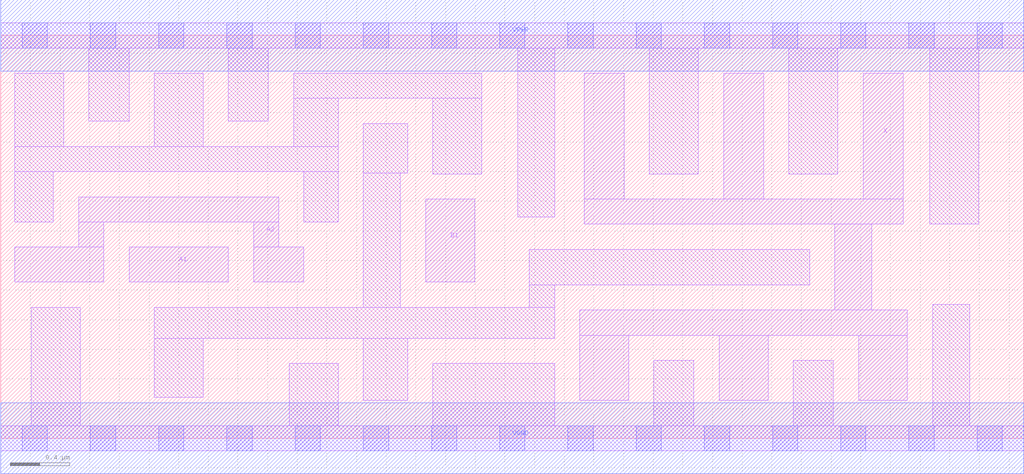
<source format=lef>
# Copyright 2020 The SkyWater PDK Authors
#
# Licensed under the Apache License, Version 2.0 (the "License");
# you may not use this file except in compliance with the License.
# You may obtain a copy of the License at
#
#     https://www.apache.org/licenses/LICENSE-2.0
#
# Unless required by applicable law or agreed to in writing, software
# distributed under the License is distributed on an "AS IS" BASIS,
# WITHOUT WARRANTIES OR CONDITIONS OF ANY KIND, either express or implied.
# See the License for the specific language governing permissions and
# limitations under the License.
#
# SPDX-License-Identifier: Apache-2.0

VERSION 5.7 ;
BUSBITCHARS "[]" ;
DIVIDERCHAR "/" ;
PROPERTYDEFINITIONS
  MACRO maskLayoutSubType STRING ;
  MACRO prCellType STRING ;
  MACRO originalViewName STRING ;
END PROPERTYDEFINITIONS
MACRO sky130_fd_sc_hdll__a21o_6
  ORIGIN  0.000000  0.000000 ;
  CLASS CORE ;
  SYMMETRY X Y R90 ;
  SIZE  6.900000 BY  2.720000 ;
  SITE unithd ;
  PIN A1
    ANTENNAGATEAREA  0.555000 ;
    DIRECTION INPUT ;
    USE SIGNAL ;
    PORT
      LAYER li1 ;
        RECT 0.865000 1.055000 1.535000 1.290000 ;
    END
  END A1
  PIN A2
    ANTENNAGATEAREA  0.555000 ;
    DIRECTION INPUT ;
    USE SIGNAL ;
    PORT
      LAYER li1 ;
        RECT 0.095000 1.055000 0.695000 1.290000 ;
        RECT 0.525000 1.290000 0.695000 1.460000 ;
        RECT 0.525000 1.460000 1.875000 1.630000 ;
        RECT 1.705000 1.055000 2.045000 1.290000 ;
        RECT 1.705000 1.290000 1.875000 1.460000 ;
    END
  END A2
  PIN B1
    ANTENNAGATEAREA  0.555000 ;
    DIRECTION INPUT ;
    USE SIGNAL ;
    PORT
      LAYER li1 ;
        RECT 2.865000 1.055000 3.195000 1.615000 ;
    END
  END B1
  PIN X
    ANTENNADIFFAREA  1.396500 ;
    DIRECTION OUTPUT ;
    USE SIGNAL ;
    PORT
      LAYER li1 ;
        RECT 3.905000 0.255000 4.235000 0.695000 ;
        RECT 3.905000 0.695000 6.115000 0.865000 ;
        RECT 3.935000 1.445000 6.085000 1.615000 ;
        RECT 3.935000 1.615000 4.205000 2.465000 ;
        RECT 4.845000 0.255000 5.175000 0.695000 ;
        RECT 4.875000 1.615000 5.145000 2.465000 ;
        RECT 5.625000 0.865000 5.875000 1.445000 ;
        RECT 5.785000 0.255000 6.115000 0.695000 ;
        RECT 5.815000 1.615000 6.085000 2.465000 ;
    END
  END X
  PIN VGND
    DIRECTION INOUT ;
    USE GROUND ;
    PORT
      LAYER met1 ;
        RECT 0.000000 -0.240000 6.900000 0.240000 ;
    END
  END VGND
  PIN VPWR
    DIRECTION INOUT ;
    USE POWER ;
    PORT
      LAYER met1 ;
        RECT 0.000000 2.480000 6.900000 2.960000 ;
    END
  END VPWR
  OBS
    LAYER li1 ;
      RECT 0.000000 -0.085000 6.900000 0.085000 ;
      RECT 0.000000  2.635000 6.900000 2.805000 ;
      RECT 0.095000  1.460000 0.355000 1.800000 ;
      RECT 0.095000  1.800000 2.275000 1.970000 ;
      RECT 0.095000  1.970000 0.425000 2.465000 ;
      RECT 0.205000  0.085000 0.535000 0.885000 ;
      RECT 0.595000  2.140000 0.865000 2.635000 ;
      RECT 1.035000  0.275000 1.365000 0.675000 ;
      RECT 1.035000  0.675000 3.735000 0.885000 ;
      RECT 1.035000  1.970000 1.365000 2.465000 ;
      RECT 1.535000  2.140000 1.805000 2.635000 ;
      RECT 1.945000  0.085000 2.275000 0.505000 ;
      RECT 1.975000  1.970000 2.275000 2.295000 ;
      RECT 1.975000  2.295000 3.245000 2.465000 ;
      RECT 2.045000  1.460000 2.275000 1.800000 ;
      RECT 2.445000  0.255000 2.745000 0.675000 ;
      RECT 2.445000  0.885000 2.695000 1.790000 ;
      RECT 2.445000  1.790000 2.745000 2.125000 ;
      RECT 2.915000  0.085000 3.735000 0.505000 ;
      RECT 2.915000  1.785000 3.245000 2.295000 ;
      RECT 3.485000  1.495000 3.735000 2.635000 ;
      RECT 3.565000  0.885000 3.735000 1.035000 ;
      RECT 3.565000  1.035000 5.455000 1.275000 ;
      RECT 4.375000  1.785000 4.705000 2.635000 ;
      RECT 4.405000  0.085000 4.675000 0.525000 ;
      RECT 5.315000  1.785000 5.645000 2.635000 ;
      RECT 5.345000  0.085000 5.615000 0.525000 ;
      RECT 6.265000  1.445000 6.595000 2.635000 ;
      RECT 6.285000  0.085000 6.535000 0.905000 ;
    LAYER mcon ;
      RECT 0.145000 -0.085000 0.315000 0.085000 ;
      RECT 0.145000  2.635000 0.315000 2.805000 ;
      RECT 0.605000 -0.085000 0.775000 0.085000 ;
      RECT 0.605000  2.635000 0.775000 2.805000 ;
      RECT 1.065000 -0.085000 1.235000 0.085000 ;
      RECT 1.065000  2.635000 1.235000 2.805000 ;
      RECT 1.525000 -0.085000 1.695000 0.085000 ;
      RECT 1.525000  2.635000 1.695000 2.805000 ;
      RECT 1.985000 -0.085000 2.155000 0.085000 ;
      RECT 1.985000  2.635000 2.155000 2.805000 ;
      RECT 2.445000 -0.085000 2.615000 0.085000 ;
      RECT 2.445000  2.635000 2.615000 2.805000 ;
      RECT 2.905000 -0.085000 3.075000 0.085000 ;
      RECT 2.905000  2.635000 3.075000 2.805000 ;
      RECT 3.365000 -0.085000 3.535000 0.085000 ;
      RECT 3.365000  2.635000 3.535000 2.805000 ;
      RECT 3.825000 -0.085000 3.995000 0.085000 ;
      RECT 3.825000  2.635000 3.995000 2.805000 ;
      RECT 4.285000 -0.085000 4.455000 0.085000 ;
      RECT 4.285000  2.635000 4.455000 2.805000 ;
      RECT 4.745000 -0.085000 4.915000 0.085000 ;
      RECT 4.745000  2.635000 4.915000 2.805000 ;
      RECT 5.205000 -0.085000 5.375000 0.085000 ;
      RECT 5.205000  2.635000 5.375000 2.805000 ;
      RECT 5.665000 -0.085000 5.835000 0.085000 ;
      RECT 5.665000  2.635000 5.835000 2.805000 ;
      RECT 6.125000 -0.085000 6.295000 0.085000 ;
      RECT 6.125000  2.635000 6.295000 2.805000 ;
      RECT 6.585000 -0.085000 6.755000 0.085000 ;
      RECT 6.585000  2.635000 6.755000 2.805000 ;
  END
  PROPERTY maskLayoutSubType "abstract" ;
  PROPERTY prCellType "standard" ;
  PROPERTY originalViewName "layout" ;
END sky130_fd_sc_hdll__a21o_6

</source>
